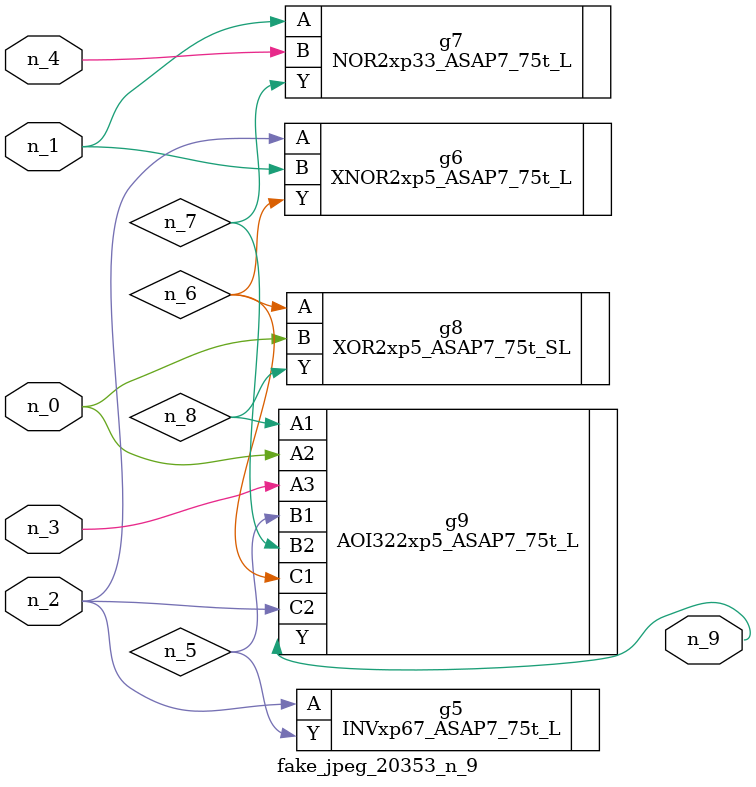
<source format=v>
module fake_jpeg_20353_n_9 (n_3, n_2, n_1, n_0, n_4, n_9);

input n_3;
input n_2;
input n_1;
input n_0;
input n_4;

output n_9;

wire n_8;
wire n_6;
wire n_5;
wire n_7;

INVxp67_ASAP7_75t_L g5 ( 
.A(n_2),
.Y(n_5)
);

XNOR2xp5_ASAP7_75t_L g6 ( 
.A(n_2),
.B(n_1),
.Y(n_6)
);

NOR2xp33_ASAP7_75t_L g7 ( 
.A(n_1),
.B(n_4),
.Y(n_7)
);

XOR2xp5_ASAP7_75t_SL g8 ( 
.A(n_6),
.B(n_0),
.Y(n_8)
);

AOI322xp5_ASAP7_75t_L g9 ( 
.A1(n_8),
.A2(n_0),
.A3(n_3),
.B1(n_5),
.B2(n_7),
.C1(n_6),
.C2(n_2),
.Y(n_9)
);


endmodule
</source>
